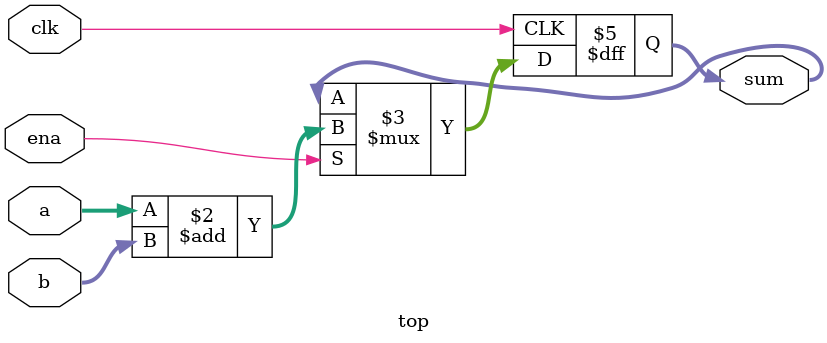
<source format=v>

module top(
    input wire          clk,
    input wire [15:0]   a,
    input wire [15:0]   b,
    input wire          ena,
    output wire [15:0]  sum
    );

    always @(posedge clk) begin
        if (ena) begin
            sum <= a + b;
        end
    end

endmodule

</source>
